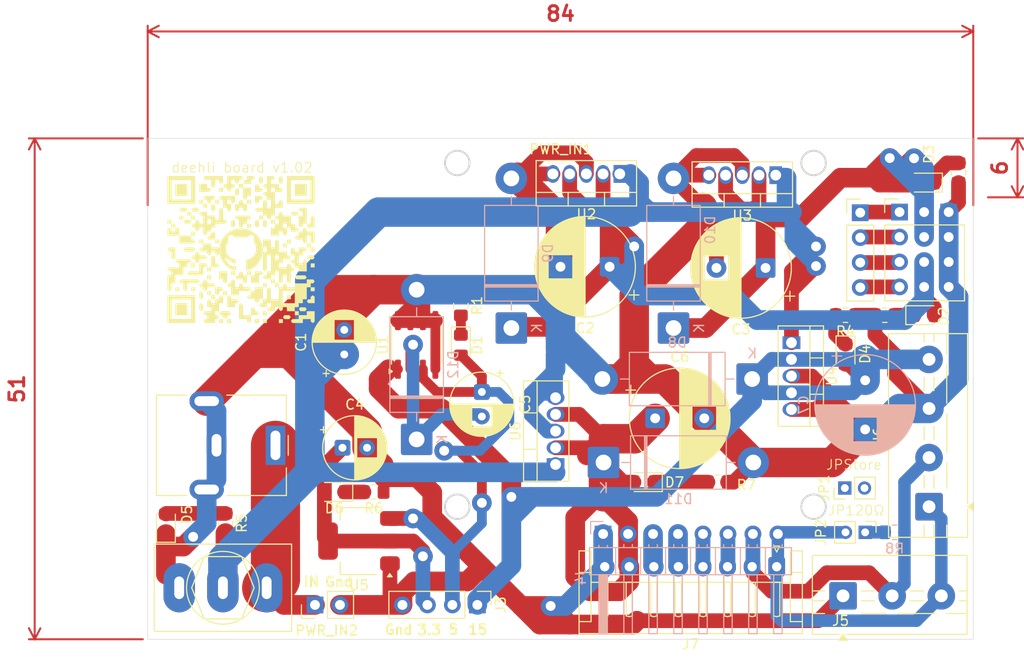
<source format=kicad_pcb>
(kicad_pcb (version 20241229) (generator "pcbnew") (generator_version "9.0")
  (layers (0 "F.Cu" signal) (2 "B.Cu" signal) (13 "F.Paste" user) (15 "B.Paste" user) (5 "F.SilkS" user "F.Silkscreen") (7 "B.SilkS" user "B.Silkscreen") (1 "F.Mask" user) (3 "B.Mask" user) (25 "Edge.Cuts" user))
  (net 0 "")
  (net 1 "GND")
  (net 2 "Net-(D1-K)")
  (net 3 "5V_Other")
  (net 4 "Net-(D3-K)")
  (net 5 "15V_ZDT")
  (net 6 "Net-(D2-K)")
  (net 7 "Net-(D4-K)")
  (net 8 "Net-(D5-A)")
  (net 9 "Net-(J1-Pin_1)")
  (net 10 "CAN_L")
  (net 11 "Net-(J1-Pin_4)")
  (net 12 "Net-(J1-Pin_2)")
  (net 13 "Net-(J1-Pin_3)")
  (net 14 "Net-(PWR_IN2-Pin_1)")
  (net 15 "CAN_H")
  (net 16 "15V_Other")
  (net 17 "3.3V_Other")
  (net 18 "Net-(D6-K)")
  (net 19 "Net-(D7-K)")
  (net 22 "Net-(JP2-A)")
  (net 23 "Net-(SW1A-B)")
  (net 24 "5V_Servo12")
  (net 25 "5V_Servo34")
  (net 26 "Net-(D12-K)")
  (net 27 "Net-(J4-Pin_6)")
  (net 28 "Net-(J4-Pin_3)")
  (net 29 "Net-(J4-Pin_5)")
  (net 30 "Net-(J4-Pin_4)")
  (footprint "LED_SMD:LED_0805_2012Metric_Pad1.15x1.40mm_HandSolder" (layer "F.Cu") (at 78.5 71.391022 180)
    (property "Reference" "D7")
    (property "Value" "LED")
  )
  (footprint "LOGO" (layer "F.Cu") (at 37.5 47.701022)
    (property "Reference" "G***" (hide yes))
    (property "Value" "LOGO" (hide yes))
  )
  (footprint "TerminalBlock:TerminalBlock_MaiXu_MX126-5.0-04P_1x04_P5.00mm" (layer "F.Cu") (at 107.5 73.891022 90)
    (property "Reference" "J6")
    (property "Value" "Board_IO")
  )
  (footprint "Connector_PinHeader_2.54mm:PinHeader_1x02_P2.54mm_Vertical" (layer "F.Cu") (at 45.021584 83.891022 90)
    (property "Reference" "PWR_IN2")
    (property "Value" "Conn_01x02_Pin")
  )
  (footprint "Capacitor_THT:CP_Radial_D10.0mm_P5.00mm" (layer "F.Cu") (at 79.632323 64.891022)
    (property "Reference" "C6")
    (property "Value" "Cpol 1000uF")
  )
  (footprint "Connector_JST:JST_EH_S8B-EH_1x08_P2.50mm_Horizontal" (layer "F.Cu") (at 92 80 180)
    (property "Reference" "J7")
    (property "Value" "Conn_01x08_Socket")
  )
  (footprint "TerminalBlock:TerminalBlock_MaiXu_MX126-5.0-03P_1x03_P5.00mm" (layer "F.Cu") (at 98.75 82.9675)
    (property "Reference" "J5")
    (property "Value" "CAN_Ext")
  )
  (footprint "Capacitor_THT:CP_Radial_D6.3mm_P2.50mm" (layer "F.Cu") (at 62 62.208643 -90)
    (property "Reference" "C5")
    (property "Value" "Cpol 200uF")
  )
  (footprint "Capacitor_THT:CP_Radial_D10.0mm_P5.00mm" (layer "F.Cu") (at 90.867677 49.581022 180)
    (property "Reference" "C3")
    (property "Value" "Cpol 1000uF")
  )
  (footprint "LED_SMD:LED_0805_2012Metric_Pad1.15x1.40mm_HandSolder" (layer "F.Cu") (at 107 40.891021 180)
    (property "Reference" "D3")
    (property "Value" "LED")
  )
  (footprint "Connector_PinHeader_2.54mm:PinHeader_1x04_P2.54mm_Vertical" (layer "F.Cu") (at 61.54 83.891022 -90)
    (property "Reference" "J3")
    (property "Value" "Vcc_Out")
  )
  (footprint "Capacitor_THT:CP_Radial_D6.3mm_P2.50mm" (layer "F.Cu") (at 48 58.391022 90)
    (property "Reference" "C1")
    (property "Value" "Cpol 400uF")
  )
  (footprint "Resistor_SMD:R_0805_2012Metric_Pad1.20x1.40mm_HandSolder" (layer "F.Cu") (at 35.912301 75.577467 -90)
    (property "Reference" "R5")
    (property "Value" "15k")
  )
  (footprint "Package_TO_SOT_SMD:SOT-223-3_TabPin2" (layer "F.Cu") (at 49.5 77.391022 180)
    (property "Reference" "U5")
    (property "Value" "LD1117S33TR_SOT223")
  )
  (footprint "LED_SMD:LED_0805_2012Metric_Pad1.15x1.40mm_HandSolder" (layer "F.Cu") (at 29.853672 75.654835 90)
    (property "Reference" "D5")
    (property "Value" "LED")
  )
  (footprint "Connector_PinHeader_2.00mm:PinHeader_1x02_P2.00mm_Vertical" (layer "F.Cu") (at 98.932569 71.993894 90)
    (property "Reference" "JP1")
    (property "Value" "Jumper_Dummy")
  )
  (footprint "Connector_PinHeader_2.54mm:PinHeader_1x04_P2.54mm_Vertical" (layer "F.Cu") (at 100.5 43.951397)
    (property "Reference" "J2" (hide yes))
    (property "Value" "PWM_In")
  )
  (footprint "Package_TO_SOT_THT:TO-220-5_Vertical" (layer "F.Cu") (at 91.9 40.131022 180)
    (property "Reference" "U3")
    (property "Value" "LM2576HVT-5")
  )
  (footprint "Resistor_SMD:R_0805_2012Metric_Pad1.20x1.40mm_HandSolder" (layer "F.Cu") (at 103 54.391022)
    (property "Reference" "R3" (hide yes))
    (property "Value" "5k")
  )
  (footprint "Package_SO:SOIC-8_3.9x4.9mm_P1.27mm" (layer "F.Cu") (at 55.365 57.416022 90)
    (property "Reference" "U1")
    (property "Value" "APE1707M-50-HF")
  )
  (footprint "Package_TO_SOT_THT:TO-220-5_Vertical" (layer "F.Cu") (at 69.5 69.591022 90)
    (property "Reference" "U6")
    (property "Value" "LM2576HVT-15")
  )
  (footprint "Resistor_SMD:R_0805_2012Metric_Pad1.20x1.40mm_HandSolder" (layer "F.Cu") (at 51 72.391022 180)
    (property "Reference" "R6")
    (property "Value" "1k")
  )
  (footprint "Capacitor_THT:CP_Radial_D10.0mm_P5.00mm" (layer "F.Cu") (at 75 49.457183 180)
    (property "Reference" "C2")
    (property "Value" "Cpol 1000uF")
  )
  (footprint "Resistor_SMD:R_0805_2012Metric_Pad1.20x1.40mm_HandSolder" (layer "F.Cu") (at 86 71.391022 180)
    (property "Reference" "R7")
    (property "Value" "15k")
  )
  (footprint "Resistor_SMD:R_0805_2012Metric_Pad1.20x1.40mm_HandSolder" (layer "F.Cu") (at 59.865 53.416022 -90)
    (property "Reference" "R1")
    (property "Value" "5k")
  )
  (footprint "LED_SMD:LED_0805_2012Metric_Pad1.15x1.40mm_HandSolder" (layer "F.Cu") (at 59.865 57.441022 -90)
    (property "Reference" "D1")
    (property "Value" "LED")
  )
  (footprint "Connector_PinHeader_2.00mm:PinHeader_1x02_P2.00mm_Vertical" (layer "F.Cu") (at 101 76.5 -90)
    (property "Reference" "JP2")
    (property "Value" "Jumper_120R")
  )
  (footprint "LED_SMD:LED_0805_2012Metric_Pad1.15x1.40mm_HandSolder" (layer "F.Cu") (at 107 54.391022)
    (property "Reference" "D2")
    (property "Value" "LED")
  )
  (footprint "LED_SMD:LED_0805_2012Metric_Pad1.15x1.40mm_HandSolder" (layer "F.Cu") (at 47 72.391022 180)
    (property "Reference" "D6")
    (property "Value" "LED")
  )
  (footprint "Capacitor_THT:CP_Radial_D6.3mm_P2.50mm" (layer "F.Cu") (at 47.817621 67.891022)
    (property "Reference" "C4")
    (property "Value" "Cpol 100uF" (hide yes))
  )
  (footprint "Resistor_SMD:R_0805_2012Metric_Pad1.20x1.40mm_HandSolder" (layer "F.Cu") (at 110.5 39.891022 90)
    (property "Reference" "R2" (hide yes))
    (property "Value" "5k")
  )
  (footprint "LED_SMD:LED_0805_2012Metric_Pad1.15x1.40mm_HandSolder" (layer "F.Cu") (at 99 58.366022 -90)
    (property "Reference" "D4")
    (property "Value" "LED")
  )
  (footprint "custom:SW_Toggle_Blue_wSlots" (layer "F.Cu") (at 35.653344 82.146524)
    (property "Reference" "SW1" (hide yes))
    (property "Value" "SW_DPDT_x2")
  )
  (footprint "Package_TO_SOT_THT:TO-220-5_Vertical" (layer "F.Cu") (at 93.5 57.191022 -90)
    (property "Reference" "U4")
    (property "Value" "LM2576HVT-15")
  )
  (footprint "Connector_BarrelJack:BarrelJack_CUI_PJ-063AH_Horizontal" (layer "F.Cu") (at 41 67.641022 -90)
    (property "Reference" "PWR_IN1")
    (property "Value" "Barrel_Jack_MountingPin")
  )
  (footprint "Resistor_SMD:R_0805_2012Metric_Pad1.20x1.40mm_HandSolder" (layer "F.Cu") (at 99 54.391022 180)
    (property "Reference" "R4")
    (property "Value" "15k")
  )
  (footprint "Package_TO_SOT_THT:TO-220-5_Vertical" (layer "F.Cu") (at 76.032323 40.007183 180)
    (property "Reference" "U2")
    (property "Value" "LM2576HVT-5")
  )
  (footprint "custom:PinHeader_3x04_P2.54mm_Vertical" (layer "F.Cu") (at 107 43.931022)
    (property "Reference" "J1" (hide yes))
    (property "Value" "Servo_Out" (hide yes))
  )
  (footprint "Capacitor_THT:CP_Radial_D10.0mm_P5.00mm" (layer "B.Cu") (at 101 61.023345 -90)
    (property "Reference" "C7")
    (property "Value" "Cpol 1000uF")
  )
  (footprint "Resistor_SMD:R_0805_2012Metric_Pad1.20x1.40mm_HandSolder" (layer "B.Cu") (at 104 76.5)
    (property "Reference" "R8")
    (property "Value" "120R")
  )
  (footprint "Diode_THT:D_DO-201AD_P15.24mm_Horizontal" (layer "B.Cu") (at 65 55.701022 90)
    (property "Reference" "D9")
    (property "Value" "1N5822")
  )
  (footprint "Diode_THT:D_DO-201AD_P15.24mm_Horizontal" (layer "B.Cu") (at 89.5 60.891022 180)
    (property "Reference" "D8")
    (property "Value" "1N5822")
  )
  (footprint "Connector_PinHeader_2.54mm:PinHeader_1x08_P2.54mm_Horizontal" (layer "B.Cu") (at 74.34 76.666552 -90)
    (property "Reference" "J4")
    (property "Value" "Conn_01x08_Socket")
  )
  (footprint "Diode_THT:D_DO-201AD_P15.24mm_Horizontal" (layer "B.Cu") (at 81.5 55.701022 90)
    (property "Reference" "D10")
    (property "Value" "1N5822")
  )
  (footprint "Diode_THT:D_DO-201AD_P15.24mm_Horizontal" (layer "B.Cu") (at 74.38 69.391022)
    (property "Reference" "D11")
    (property "Value" "1N5822")
  )
  (footprint "Diode_THT:D_DO-201AD_P15.24mm_Horizontal" (layer "B.Cu") (at 55.365 67.036022 90)
    (property "Reference" "D12")
    (property "Value" "1N5822")
  )
  (gr_rect (start 28 36.391022) (end 112 87.391022) (stroke (width 0.05)) (fill no) (layer "Edge.Cuts"))
  (gr_circle (center 59.5 73.891022) (end 60.75 73.891022) (stroke (width 0.2)) (fill no) (layer "Edge.Cuts"))
  (gr_circle (center 95.75 38.891022) (end 97 38.891022) (stroke (width 0.2)) (fill no) (layer "Edge.Cuts"))
  (gr_circle (center 95.75 73.891022) (end 97 73.891022) (stroke (width 0.2)) (fill no) (layer "Edge.Cuts"))
  (gr_circle (center 59.5 38.891022) (end 60.75 38.891022) (stroke (width 0.2)) (fill no) (layer "Edge.Cuts"))
  (gr_text "3.3" (at 55.333379 87.030936 0) (layer "F.SilkS") (effects (font (size 1 1) (thickness 0.2) (bold yes)) (justify left bottom)))
  (gr_text "JPStore\n" (at 96.956852 70.203525 0) (layer "F.SilkS") (effects (font (size 1 1) (thickness 0.1)) (justify left bottom)))
  (gr_text "15\n" (at 60.5 87 0) (layer "F.SilkS") (effects (font (size 1 1) (thickness 0.2) (bold yes)) (justify left bottom)))
  (gr_text "Gnd" (at 45.923515 82.133283 0) (layer "F.SilkS") (effects (font (size 1 1) (thickness 0.2) (bold yes)) (justify left bottom)))
  (gr_text "5" (at 58.5 87 0) (layer "F.SilkS") (effects (font (size 1 1) (thickness 0.2) (bold yes)) (justify left bottom)))
  (gr_text "deehli board v1.02" (at 30.341405 39.949869 0) (layer "F.SilkS") (effects (font (size 1 1) (thickness 0.1)) (justify left bottom)))
  (gr_text "IN" (at 43.770956 82.123199 0) (layer "F.SilkS") (effects (font (size 1 1) (thickness 0.2) (bold yes)) (justify left bottom)))
  (gr_text "JP120Ω" (at 97.151324 74.851762 0) (layer "F.SilkS") (effects (font (size 1 1) (thickness 0.1)) (justify left bottom)))
  (gr_text "Gnd" (at 52 87 0) (layer "F.SilkS") (effects (font (size 1 1) (thickness 0.2) (bold yes)) (justify left bottom)))
  (dimension (type orthogonal) (layer "F.Cu") (pts (xy 112 43.69) (xy 28 43.69)) (height -18.19) (orientation 0) (format (prefix "") (suffix "") (units 3) (units_format 0) (precision 4) (suppress_zeroes yes)) (style (thickness 0.2) (arrow_length 1.27) (text_position_mode 0) (arrow_direction outward) (extension_height 0.58642) (extension_offset 0.5) (keep_text_aligned yes)) (gr_text "84" (at 70 23.7 0) (layer "F.Cu") (effects (font (size 1.5 1.5) (thickness 0.3)))))
  (dimension (type orthogonal) (layer "F.Cu") (pts (xy 112 36.391022) (xy 113 42.391022)) (height 4.5) (orientation 1) (format (prefix "") (suffix "") (units 3) (units_format 0) (precision 4) (suppress_zeroes yes)) (style (thickness 0.2) (arrow_length 1.27) (text_position_mode 0) (arrow_direction outward) (extension_height 0.58642) (extension_offset 0.5) (keep_text_aligned yes)) (gr_text "6" (at 114.7 39.391022 90) (layer "F.Cu") (effects (font (size 1.5 1.5) (thickness 0.3)))))
  (dimension (type orthogonal) (layer "F.Cu") (pts (xy 28 36.391022) (xy 28 87.391022)) (height -11.5) (orientation 1) (format (prefix "") (suffix "") (units 3) (units_format 0) (precision 4) (suppress_zeroes yes)) (style (thickness 0.2) (arrow_length 1.27) (text_position_mode 0) (arrow_direction outward) (extension_height 0.58642) (extension_offset 0.5) (keep_text_aligned yes)) (gr_text "51" (at 14.7 61.891022 90) (layer "F.Cu") (effects (font (size 1.5 1.5) (thickness 0.3)))))
  (segment (start 84.465 43.426022) (end 81.5 40.461022) (width 1.5) (layer "F.Cu") (net 1))
  (segment (start 110.5 42.891022) (end 109.5 43.891022) (width 1.5) (layer "F.Cu") (net 1))
  (segment (start 98.967677 63.991022) (end 101 66.023345) (width 1.5) (layer "F.Cu") (net 1))
  (segment (start 55.365 53.036022) (end 53.46 54.941022) (width 1.5) (layer "F.Cu") (net 1))
  (segment (start 84.465 43.426022) (end 84.465 45.426022) (width 3) (layer "F.Cu") (net 1))
  (segment (start 52 70.891022) (end 52 69.573401) (width 2) (layer "F.Cu") (net 1))
  (segment (start 97.433838 62.457184) (end 101 66.023345) (width 1.5) (layer "F.Cu") (net 1))
  (segment (start 74.34 79.84) (end 74.5 80) (width 1.27) (layer "F.Cu") (net 1))
  (segment (start 42.375 58.266022) (end 42.375 54.766022) (width 3) (layer "F.Cu") (net 1))
  (segment (start 71.66508 37.860451) (end 72.632323 38.827694) (width 1.5) (layer "F.Cu") (net 1))
  (segment (start 83.826906 38.134116) (end 87.682583 38.134116) (width 1.5) (layer "F.Cu") (net 1))
  (segment (start 55.5 54.941022) (end 57.27 54.941022) (width 1.5) (layer "F.Cu") (net 1))
  (segment (start 60.502 81.5) (end 62.001 80.001) (width 2) (layer "F.Cu") (net 1))
  (segment (start 69.232323 40.007183) (end 65.962323 40.007183) (width 1.5) (layer "F.Cu") (net 1))
  (segment (start 29.853672 80.796852) (end 31.203344 82.146524) (width 1.5) (layer "F.Cu") (net 1))
  (segment (start 76 60.891022) (end 74.26 60.891022) (width 3) (layer "F.Cu") (net 1))
  (segment (start 96 63.991022) (end 95.5 63.991022) (width 1.5) (layer "F.Cu") (net 1))
  (segment (start 53.46 54.941022) (end 55.5 54.941022) (width 1.5) (layer "F.Cu") (net 1))
  (segment (start 68.109055 37.860451) (end 71.66508 37.860451) (width 1.5) (layer "F.Cu") (net 1))
  (segment (start 89.62 69.391022) (end 97.632323 69.391022) (width 3) (layer "F.Cu") (net 1))
  (segment (start 55.365 51.796022) (end 51 51.796022) (width 3) (layer "F.Cu") (net 1))
  (segment (start 95.567677 60.591022) (end 97.433838 62.457184) (width 1.5) (layer "F.Cu") (net 1))
  (segment (start 96.2175 85.5) (end 98.75 82.9675) (width 1.5) (layer "F.Cu") (net 1))
  (segment (start 29.853672 77.947798) (end 29.853672 80.796852) (width 2) (layer "F.Cu") (net 1))
  (segment (start 56.951 74.951) (end 62.001 80.001) (width 2) (layer "F.Cu") (net 1))
  (segment (start 65.632323 40.337183) (end 68.109055 37.860451) (width 1.5) (layer "F.Cu") (net 1))
  (segment (start 84.632323 64.891022) (end 85.12 64.891022) (width 3) (layer "F.Cu") (net 1))
  (segment (start 110.5 40.891022) (end 110.5 42.891022) (width 1.5) (layer "F.Cu") (net 1))
  (segment (start 72.632323 38.827694) (end 72.632323 40.007183) (width 1.5) (layer "F.Cu") (net 1))
  (segment (start 102 56.391022) (end 104 58.391022) (width 1.5) (layer "F.Cu") (net 1))
  (segment (start 59.865 52.416022) (end 55.985 52.416022) (width 1.5) (layer "F.Cu") (net 1))
  (segment (start 77.5 59.391022) (end 76 60.891022) (width 3) (layer "F.Cu") (net 1))
  (segment (start 56 54.441022) (end 56 52.431022) (width 1.5) (layer "F.Cu") (net 1))
  (segment (start 85.867677 49.581022) (end 85.867677 44.828699) (width 1.5) (layer "F.Cu") (net 1))
  (segment (start 48 55.891022) (end 48 54.451022) (width 3) (layer "F.Cu") (net 1))
  (segment (start 57.27 59.891022) (end 57.27 54.941022) (width 1) (layer "F.Cu") (net 1))
  (segment (start 56 52.431022) (end 55.365 51.796022) (width 1.5) (layer "F.Cu") (net 1))
  (segment (start 43.375 53.766022) (end 38.875 58.266022) (width 3) (layer "F.Cu") (net 1))
  (segment (start 52 72.391022) (end 52 70.891022) (width 1) (layer "F.Cu") (net 1))
  (segment (start 79 60.891022) (end 80.632323 60.891022) (width 3) (layer "F.Cu") (net 1))
  (segment (start 70 49.457183) (end 70 44.70486) (width 3) (layer "F.Cu") (net 1))
  (segment (start 56.951 72.451) (end 56.951 74.951) (width 2) (layer "F.Cu") (net 1))
  (segment (start 48 54.451022) (end 45.345 51.796022) (width 3) (layer "F.Cu") (net 1))
  (segment (start 87.62 71.391022) (end 89.62 69.391022) (width 1.5) (layer "F.Cu") (net 1))
  (segment (start 31.634381 77.947798) (end 32.625611 76.956568) (width 2) (layer "F.Cu") (net 1))
  (segment (start 50.317621 66.208643) (end 50.317621 67.891022) (width 3) (layer "F.Cu") (net 1))
  (segment (start 52 70.891022) (end 55.391022 70.891022) (width 2) (layer "F.Cu") (net 1))
  (segment (start 97.433838 62.557184) (end 96 63.991022) (width 1.5) (layer "F.Cu") (net 1))
  (segment (start 53.92 83.891022) (end 53.92 82.688941) (width 2) (layer "F.Cu") (net 1))
  (segment (start 38.875 58.266022) (end 42.375 58.266022) (width 3) (layer "F.Cu") (net 1))
  (segment (start 29.853672 76.679835) (end 29.853672 77.947798) (width 2) (layer "F.Cu") (net 1))
  (segment (start 70 44.70486) (end 65.632323 40.337183) (width 3) (layer "F.Cu") (net 1))
  (segment (start 52.65 79.691022) (end 52.65 83.741022) (width 1.5) (layer "F.Cu") (net 1))
  (segment (start 55.108941 81.5) (end 60.502 81.5) (width 2) (layer "F.Cu") (net 1))
  (segment (start 87 71.391022) (end 87.62 71.391022) (width 1.5) (layer "F.Cu") (net 1))
  (segment (start 38.875 58.266022) (end 34 63.141022) (width 3) (layer "F.Cu") (net 1))
  (segment (start 81.5 40.461022) (end 83.826906 38.134116) (width 1.5) (layer "F.Cu") (net 1))
  (segment (start 77.5 59.391022) (end 79 60.891022) (width 3) (layer "F.Cu") (net 1))
  (segment (start 87.682583 38.134116) (end 88.5 38.951533) (width 1.5) (layer "F.Cu") (net 1))
  (segment (start 97.433838 62.457184) (end 97.433838 62.557184) (width 1.5) (layer "F.Cu") (net 1))
  (segment (start 48.345 54.451022) (end 51 51.796022) (width 3) (layer "F.Cu") (net 1))
  (segment (start 52.65 83.741022) (end 52.5 83.891022) (width 1.5) (layer "F.Cu") (net 1))
  (segment (start 93.5 63.991022) (end 95 63.991022) (width 1.5) (layer "F.Cu") (net 1))
  (segment (start 55.5 54.941022) (end 56 54.441022) (width 1.5) (layer "F.Cu") (net 1))
  (segment (start 67.890022 85.890022) (end 66 84) (width 2) (layer "F.Cu") (net 1))
  (segment (start 104 60.391022) (end 107.5 63.891022) (width 1.5) (layer "F.Cu") (net 1))
  (segment (start 102 54.391022) (end 102 56.391022) (width 1.5) (layer "F.Cu") (net 1))
  (segment (start 53.92 82.688941) (end 55.108941 81.5) (width 2) (layer "F.Cu") (net 1))
  (segment (start 47.561584 83.891022) (end 52.5 83.891022) (width 2) (layer "F.Cu") (net 1))
  (segment (start 80.632323 60.891022) (end 84.632323 64.891022) (width 3) (layer "F.Cu") (net 1))
  (segment (start 77.384978 85.890022) (end 70.890022 85.890022) (width 2) (layer "F.Cu") (net 1))
  (segment (start 52.5 83.891022) (end 53.92 83.891022) (width 2) (layer "F.Cu") (net 1))
  (segment (start 102 54.391022) (end 100 54.391022) (width 1.5) (layer "F.Cu") (net 1))
  (segment (start 85.12 64.891022) (end 89.62 69.391022) (width 3) (layer "F.Cu") (net 1))
  (segment (start 93.5 60.591022) (end 95.567677 60.591022) (width 1.5) (layer "F.Cu") (net 1))
  (segment (start 66 84) (end 62.001 80.001) (width 2) (layer "F.Cu") (net 1))
  (segment (start 70.890022 85.890022) (end 69 84) (width 2) (layer "F.Cu") (net 1))
  (segment (start 69 84) (end 66 84) (width 2) (layer "F.Cu") (net 1))
  (segment (start 96 63.991022) (end 98.967677 63.991022) (width 1.5) (layer "F.Cu") (net 1))
  (segment (start 77.775 85.5) (end 77.384978 85.890022) (width 2) (layer "F.Cu") (net 1))
  (segment (start 85.1 40.131022) (end 81.83 40.131022) (width 1.5) (layer "F.Cu") (net 1))
  (segment (start 45.345 51.796022) (end 43.375 53.766022) (width 3) (layer "F.Cu") (net 1))
  (segment (start 51 51.796022) (end 45.345 51.796022) (width 3) (layer "F.Cu") (net 1))
  (segment (start 95 63.991022) (end 96 63.991022) (width 1.5) (layer "F.Cu") (net 1))
  (segment (start 74.26 60.891022) (end 79 60.891022) (width 3) (layer "F.Cu") (net 1))
  (segment (start 55.391022 70.891022) (end 56.951 72.451) (width 2) (layer "F.Cu") (net 1))
  (segment (start 77.775 85.5) (end 96.2175 85.5) (width 1.5) (layer "F.Cu") (net 1))
  (segment (start 70.890022 85.890022) (end 67.890022 85.890022) (width 2) (layer "F.Cu") (net 1))
  (segment (start 29.853672 77.947798) (end 31.634381 77.947798) (width 2) (layer "F.Cu") (net 1))
  (segment (start 42.375 58.266022) (end 50.317621 66.208643) (width 3) (layer "F.Cu") (net 1))
  (segment (start 84.465 45.426022) (end 77.5 52.391022) (width 3) (layer "F.Cu") (net 1))
  (segment (start 77.5 52.391022) (end 77.5 59.391022) (width 3) (layer "F.Cu") (net 1))
  (segment (start 104 58.391022) (end 104 60.391022) (width 1.5) (layer "F.Cu") (net 1))
  (segment (start 48 54.451022) (end 48.345 54.451022) (width 3) (layer "F.Cu") (net 1))
  (segment (start 81.83 40.131022) (end 81.5 40.461022) (width 1.5) (layer "F.Cu") (net 1))
  (segment (start 55.365 51.796022) (end 55.365 53.036022) (width 1.5) (layer "F.Cu") (net 1))
  (segment (start 52 69.573401) (end 50.317621 67.891022) (width 2) (layer "F.Cu") (net 1))
  (segment (start 88.5 38.951533) (end 88.5 40.131022) (width 1.5) (layer "F.Cu") (net 1))
  (segment (start 65.962323 40.007183) (end 65.632323 40.337183) (width 1.5) (layer "F.Cu") (net 1))
  (segment (start 97.632323 69.391022) (end 101 66.023345) (width 3) (layer "F.Cu") (net 1))
  (segment (start 42.375 54.766022) (end 43.375 53.766022) (width 3) (layer "F.Cu") (net 1))
  (segment (start 55.985 52.416022) (end 55.365 51.796022) (width 1.5) (layer "F.Cu") (net 1))
  (segment (start 85.867677 44.828699) (end 84.465 43.426022) (width 1.5) (layer "F.Cu") (net 1))
  (via (at 69 84) (size 2) (drill 1) (layers "F.Cu" "B.Cu") (net 1))
  (via (at 32.625611 76.956568) (size 2) (drill 1) (layers "F.Cu" "B.Cu") (net 1))
  (segment (start 35 67.641022) (end 35 64.141022) (width 2) (layer "B.Cu") (net 1))
  (segment (start 70 51.891022) (end 70 54.391022) (width 3) (layer "B.Cu") (net 1))
  (segment (start 69.05 60.341022) (end 69.05 62.341022) (width 1.5) (layer "B.Cu") (net 1))
  (segment (start 67 63.391022) (end 67 62.391022) (width 1.5) (layer "B.Cu") (net 1))
  (segment (start 35 64.141022) (end 34 63.141022) (width 2) (layer "B.Cu") (net 1))
  (segment (start 34 75.582179) (end 32.625611 76.956568) (width 2) (layer "B.Cu") (net 1))
  (segment (start 109.5 51.511022) (end 110.499 52.510022) (width 2) (layer "B.Cu") (net 1))
  (segment (start 70 56.631022) (end 74.26 60.891022) (width 3) (layer "B.Cu") (net 1))
  (segment (start 67 64.5) (end 67 63.391022) (width 1.5) (layer "B.Cu") (net 1))
  (segment (start 68.691022 66.191022) (end 67 64.5) (width 1.5) (layer "B.Cu") (net 1))
  (segment (start 68.05 62.341022) (end 69.05 62.341022) (width 1.5) (layer "B.Cu") (net 1))
  (segment (start 69 84) (end 70.5 84) (width 2) (layer "B.Cu") (net 1))
  (segment (start 102.414213 66.023345) (end 104.546536 63.891022) (width 3) (layer "B.Cu") (net 1))
  (segment (start 35 71.141022) (end 34 72.141022) (width 1.5) (layer "B.Cu") (net 1))
  (segment (start 69.5 66.191022) (end 68.691022 66.191022) (width 1.5) (layer "B.Cu") (net 1))
  (segment (start 70.5 84) (end 74.5 80) (width 2) (layer "B.Cu") (net 1))
  (segment (start 110.499 60.892022) (end 107.5 63.891022) (width 2) (layer "B.Cu") (net 1))
  (segment (start 104.546536 63.891022) (end 107.5 63.891022) (width 3) (layer "B.Cu") (net 1))
  (segment (start 35 67.641022) (end 35 71.141022) (width 2) (layer "B.Cu") (net 1))
  (segment (start 74.34 79.84) (end 74.5 80) (width 2) (layer "B.Cu") (net 1))
  (segment (start 74.34 76.666552) (end 74.34 79.84) (width 2) (layer "B.Cu") (net 1))
  (segment (start 110.499 52.510022) (end 110.499 60.892022) (width 2) (layer "B.Cu") (net 1))
  (segment (start 70 54.391022) (end 70 56.631022) (width 3) (layer "B.Cu") (net 1))
  (segment (start 69.5 62.791022) (end 69.5 58.391022) (width 1.5) (layer "B.Cu") (net 1))
  (segment (start 69.05 62.341022) (end 69.5 62.791022) (width 1.5) (layer "B.Cu") (net 1))
  (segment (start 69.5 58.391022) (end 69.5 59.891022) (width 2) (layer "B.Cu") (net 1))
  (segment (start 67 63.391022) (end 68.05 62.341022) (width 1.5) (layer "B.Cu") (net 1))
  (segment (start 70 49.457183) (end 70 51.891022) (width 3) (layer "B.Cu") (net 1))
  (segment (start 69.5 58.391022) (end 70 57.891022) (width 1.5) (layer "B.Cu") (net 1))
  (segment (start 69.5 59.891022) (end 69.05 60.341022) (width 1.5) (layer "B.Cu") (net 1))
  (segment (start 34 72.141022) (end 34 75.582179) (width 2) (layer "B.Cu") (net 1))
  (segment (start 67 62.391022) (end 69.5 59.891022) (width 1.5) (layer "B.Cu") (net 1))
  (segment (start 101 66.023345) (end 102.414213 66.023345) (width 3) (layer "B.Cu") (net 1))
  (segment (start 70 56.631022) (end 70 57.891022) (width 3) (layer "B.Cu") (net 1))
  (segment (start 101.367204 66.390549) (end 101 66.023345) (width 3) (layer "B.Cu") (net 1))
  (segment (start 109.5 51.511022) (end 109.5 43.891022) (width 2) (layer "B.Cu") (net 1))
  (segment (start 55.365 51.796022) (end 67.405 51.796022) (width 3) (layer "B.Cu") (net 1))
  (segment (start 67.405 51.796022) (end 70 54.391022) (width 3) (layer "B.Cu") (net 1))
  (segment (start 59.865 56.416022) (end 59.865 54.416022) (width 1) (layer "F.Cu") (net 2))
  (segment (start 62 60.601022) (end 59.865 58.466022) (width 1) (layer "F.Cu") (net 3))
  (segment (start 57.404969 62.208643) (end 62 62.208643) (width 1) (layer "F.Cu") (net 3))
  (segment (start 56 60.803674) (end 57.404969 62.208643) (width 1) (layer "F.Cu") (net 3))
  (segment (start 56 59.891022) (end 56 60.803674) (width 1) (layer "F.Cu") (net 3))
  (segment (start 59.691022 68.191022) (end 62 70.5) (width 1) (layer "F.Cu") (net 3))
  (segment (start 62 70.5) (end 62 73.5) (width 1) (layer "F.Cu") (net 3))
  (segment (start 55 75.091022) (end 52.65 75.091022) (width 1.5) (layer "F.Cu") (net 3))
  (segment (start 58.165 68.191022) (end 59.691022 68.191022) (width 1) (layer "F.Cu") (net 3))
  (segment (start 62 62.208643) (end 62 60.601022) (width 1) (layer "F.Cu") (net 3))
  (via (at 55 75.091022) (size 2) (drill 1) (layers "F.Cu" "B.Cu") (net 3))
  (via (at 58.165 68.191022) (size 2) (drill 1) (layers "F.Cu" "B.Cu") (net 3))
  (via (at 62 73.5) (size 2) (drill 1) (layers "F.Cu" "B.Cu") (net 3))
  (segment (start 55.5 75.091022) (end 59 78.591022) (width 1.5) (layer "B.Cu") (net 3))
  (segment (start 59 78.591022) (end 59 83.891022) (width 1.5) (layer "B.Cu") (net 3))
  (segment (start 58.165 68.191022) (end 61.808978 68.191022) (width 1) (layer "B.Cu") (net 3))
  (segment (start 63.708643 62.208643) (end 62 62.208643) (width 1) (layer "B.Cu") (net 3))
  (segment (start 61.808978 68.191022) (end 64.791357 65.208643) (width 1) (layer "B.Cu") (net 3))
  (segment (start 59 78.591022) (end 62 75.591022) (width 1) (layer "B.Cu") (net 3))
  (segment (start 64.791357 63.291357) (end 63.708643 62.208643) (width 1) (layer "B.Cu") (net 3))
  (segment (start 64.791357 65.208643) (end 64.791357 63.291357) (width 1) (layer "B.Cu") (net 3))
  (segment (start 62 75.591022) (end 62 73.5) (width 1) (layer "B.Cu") (net 3))
  (segment (start 55 75.091022) (end 55.5 75.091022) (width 1.5) (layer "B.Cu") (net 3))
  (segment (start 109.324999 38.891022) (end 110.5 38.891022) (width 1.5) (layer "F.Cu") (net 4))
  (segment (start 108.025 40.191021) (end 109.324999 38.891022) (width 1.5) (layer "F.Cu") (net 4))
  (segment (start 108.025 40.891021) (end 108.025 40.191021) (width 1.5) (layer "F.Cu") (net 4))
  (segment (start 74.38 66.971022) (end 77.552323 66.971022) (width 3) (layer "F.Cu") (net 5))
  (segment (start 71.5 81) (end 73 82.5) (width 2) (layer "F.Cu") (net 5))
  (segment (start 76.88 79.88) (end 77 80) (width 2) (layer "F.Cu") (net 5))
  (segment (start 77 81.5) (end 77 80) (width 2) (layer "F.Cu") (net 5))
  (segment (start 74.38 72.88) (end 73.62 72.88) (width 2) (layer "F.Cu") (net 5))
  (segment (start 71.5 75) (end 71.5 81) (width 2) (layer "F.Cu") (net 5))
  (segment (start 69.5 67.891022) (end 72.88 67.891022) (width 1.5) (layer "F.Cu") (net 5))
  (segment (start 76.88 76.666552) (end 76.88 75.38) (width 2) (layer "F.Cu") (net 5))
  (segment (start 77.552323 66.971022) (end 79.632323 64.891022) (width 3) (layer "F.Cu") (net 5))
  (segment (start 76.38 71.391022) (end 74.38 69.391022) (width 1.5) (layer "F.Cu") (net 5))
  (segment (start 77.475 71.391022) (end 76.38 71.391022) (width 1.5) (layer "F.Cu") (net 5))
  (segment (start 73.62 72.88) (end 71.5 75) (width 2) (layer "F.Cu") (net 5))
  (segment (start 72.88 67.891022) (end 74.38 69.391022) (width 1.5) (layer "F.Cu") (net 5))
  (segment (start 74.38 69.391022) (end 74.38 66.971022) (width 3) (layer "F.Cu") (net 5))
  (segment (start 69.5 64.491022) (end 71.9 64.491022) (width 1.5) (layer "F.Cu") (net 5))
  (segment (start 76.88 75.38) (end 74.38 72.88) (width 2) (layer "F.Cu") (net 5))
  (segment (start 73 82.5) (end 76 82.5) (width 2) (layer "F.Cu") (net 5))
  (segment (start 71.9 64.491022) (end 74.38 66.971022) (width 1.5) (layer "F.Cu") (net 5))
  (segment (start 72.69 68.661022) (end 74.38 66.971022) (width 2) (layer "F.Cu") (net 5))
  (segment (start 74.38 69.391022) (end 74.38 72.88) (width 3) (layer "F.Cu") (net 5))
  (segment (start 76 82.5) (end 77 81.5) (width 2) (layer "F.Cu") (net 5))
  (segment (start 76.88 76.666552) (end 76.88 79.88) (width 2) (layer "F.Cu") (net 5))
  (segment (start 105.975 54.391022) (end 104 54.391022) (width 1.5) (layer "F.Cu") (net 6))
  (segment (start 98 54.391022) (end 98 56.341022) (width 1.5) (layer "F.Cu") (net 7))
  (segment (start 98 56.341022) (end 99 57.341022) (width 1.5) (layer "F.Cu") (net 7))
  (segment (start 29.853672 74.629835) (end 29.90604 74.577467) (width 1.5) (layer "F.Cu") (net 8))
  (segment (start 29.90604 74.577467) (end 35.912301 74.577467) (width 1.5) (layer "F.Cu") (net 8))
  (segment (start 100.560375 43.891022) (end 100.5 43.951397) (width 1.5) (layer "F.Cu") (net 9))
  (segment (start 104.5 43.891022) (end 100.560375 43.891022) (width 1.5) (layer "F.Cu") (net 9))
  (segment (start 99 76.5) (end 92.286552 76.5) (width 1.27) (layer "B.Cu") (net 10))
  (segment (start 92.5 85.5) (end 106.2175 85.5) (width 1.27) (layer "B.Cu") (net 10))
  (segment (start 92.12 79.88) (end 92 80) (width 1.27) (layer "B.Cu") (net 10))
  (segment (start 92 85) (end 92.5 85.5) (width 1.27) (layer "B.Cu") (net 10))
  (segment (start 108.75 75.141022) (end 107.5 73.891022) (width 1.27) (layer "B.Cu") (net 10))
  (segment (start 106.2175 85.5) (end 108.75 82.9675) (width 1.27) (layer "B.Cu") (net 10))
  (segment (start 92 80) (end 92 85) (width 1.27) (layer "B.Cu") (net 10))
  (segment (start 92.12 76.666552) (end 92.12 79.88) (width 1.27) (layer "B.Cu") (net 10))
  (segment (start 108.75 82.9675) (end 108.75 75.141022) (width 1.27) (layer "B.Cu") (net 10))
  (segment (start 92.286552 76.5) (end 92.12 76.666552) (width 1.27) (layer "B.Cu") (net 10))
  (segment (start 100.560375 51.511022) (end 100.5 51.571397) (width 1.5) (layer "F.Cu") (net 11))
  (segment (start 104.5 51.511022) (end 100.560375 51.511022) (width 1.5) (layer "F.Cu") (net 11))
  (segment (start 100.560375 46.431022) (end 100.5 46.491397) (width 1.5) (layer "F.Cu") (net 12))
  (segment (start 104.5 46.431022) (end 100.560375 46.431022) (width 1.5) (layer "F.Cu") (net 12))
  (segment (start 104.439625 49.031397) (end 104.5 48.971022) (width 1.5) (layer "F.Cu") (net 13))
  (segment (start 100.5 49.031397) (end 104.439625 49.031397) (width 1.5) (layer "F.Cu") (net 13))
  (segment (start 45.021584 83.891022) (end 41.847842 83.891022) (width 2) (layer "F.Cu") (net 14))
  (segment (start 41 67.641022) (end 41 81.249868) (width 5) (layer "F.Cu") (net 14))
  (segment (start 41.847842 83.891022) (end 40.103344 82.146524) (width 2) (layer "F.Cu") (net 14))
  (segment (start 41 81.249868) (end 40.103344 82.146524) (width 5) (layer "F.Cu") (net 14))
  (segment (start 89.58 80.610398) (end 91.469602 82.5) (width 1.5) (layer "F.Cu") (net 15))
  (segment (start 95.212102 82.5) (end 97.095602 80.6165) (width 1.5) (layer "F.Cu") (net 15))
  (segment (start 91.469602 82.5) (end 95.212102 82.5) (width 1.5) (layer "F.Cu") (net 15))
  (segment (start 101.399 80.6165) (end 103.75 82.9675) (width 1.5) (layer "F.Cu") (net 15))
  (segment (start 97.095602 80.6165) (end 101.399 80.6165) (width 1.5) (layer "F.Cu") (net 15))
  (segment (start 89.58 79.92) (end 89.5 80) (width 1.5) (layer "B.Cu") (net 15))
  (segment (start 105 76.5) (end 105 71.391022) (width 1.27) (layer "B.Cu") (net 15))
  (segment (start 105 81.7175) (end 103.75 82.9675) (width 1.27) (layer "B.Cu") (net 15))
  (segment (start 105 71.391022) (end 107.5 68.891022) (width 1.27) (layer "B.Cu") (net 15))
  (segment (start 89.58 76.666552) (end 89.58 79.92) (width 1.5) (layer "B.Cu") (net 15))
  (segment (start 105 76.5) (end 105 81.7175) (width 1.27) (layer "B.Cu") (net 15))
  (segment (start 99 59.391022) (end 99.367677 59.391022) (width 1.5) (layer "F.Cu") (net 16))
  (segment (start 99.367677 59.391022) (end 101 61.023345) (width 1.5) (layer "F.Cu") (net 16))
  (segment (start 57.909643 63.909643) (end 53.518621 63.909643) (width 2) (layer "F.Cu") (net 16))
  (segment (start 65 72.891022) (end 65 71) (width 2) (layer "F.Cu") (net 16))
  (segment (start 51.5 60.891022) (end 52.5 59.891022) (width 2) (layer "F.Cu") (net 16))
  (segment (start 51.5 61.891022) (end 51.5 60.891022) (width 2) (layer "F.Cu") (net 16))
  (segment (start 65 71) (end 57.909643 63.909643) (width 2) (layer "F.Cu") (net 16))
  (segment (start 52.5 59.891022) (end 53.46 59.891022) (width 1) (layer "F.Cu") (net 16))
  (segment (start 53.518621 63.909643) (end 51.5 61.891022) (width 2) (layer "F.Cu") (net 16))
  (via (at 65 72.891022) (size 2) (drill 1) (layers "F.Cu" "B.Cu") (net 16))
  (segment (start 67 72.891022) (end 79.745008 72.891022) (width 2) (layer "B.Cu") (net 16))
  (segment (start 65 75) (end 65 79.877573) (width 2) (layer "B.Cu") (net 16))
  (segment (start 99.732323 62.291022) (end 101 61.023345) (width 1.5) (layer "B.Cu") (net 16))
  (segment (start 89.5 63.13603) (end 89.5 60.891022) (width 2) (layer "B.Cu") (net 16))
  (segment (start 79.745008 72.891022) (end 89.5 63.13603) (width 2) (layer "B.Cu") (net 16))
  (segment (start 101 61.023345) (end 101 58.891022) (width 3) (layer "B.Cu") (net 16))
  (segment (start 67 73) (end 65 75) (width 2) (layer "B.Cu") (net 16))
  (segment (start 93.5 58.891022) (end 91.5 58.891022) (width 1.5) (layer "B.Cu") (net 16))
  (segment (start 93.5 62.291022) (end 99.732323 62.291022) (width 1.5) (layer "B.Cu") (net 16))
  (segment (start 101 58.891022) (end 107.5 58.891022) (width 2) (layer "B.Cu") (net 16))
  (segment (start 65 72.891022) (end 65 75) (width 2) (layer "B.Cu") (net 16))
  (segment (start 93.5 62.291022) (end 90.9 62.291022) (width 1.5) (layer "B.Cu") (net 16))
  (segment (start 101 58.891022) (end 93.5 58.891022) (width 1.5) (layer "B.Cu") (net 16))
  (segment (start 90.9 62.291022) (end 89.5 60.891022) (width 1.5) (layer "B.Cu") (net 16))
  (segment (start 65 79.877573) (end 61.54 83.337573) (width 2) (layer "B.Cu") (net 16))
  (segment (start 65 72.891022) (end 67 72.891022) (width 2) (layer "B.Cu") (net 16))
  (segment (start 67 72.891022) (end 67 73) (width 2) (layer "B.Cu") (net 16))
  (segment (start 91.5 58.891022) (end 89.5 60.891022) (width 1.5) (layer "B.Cu") (net 16))
  (segment (start 61.54 83.337573) (end 61.54 83.891022) (width 2) (layer "B.Cu") (net 16))
  (segment (start 55 77.391022) (end 52.65 77.391022) (width 1.5) (layer "F.Cu") (net 17))
  (segment (start 56.005614 78.396636) (end 55 77.391022) (width 1.5) (layer "F.Cu") (net 17))
  (segment (start 45.975 72.391022) (end 45.975 69.733643) (width 1.5) (layer "F.Cu") (net 17))
  (segment (start 56.005614 78.941022) (end 56.005614 78.396636) (width 1.5) (layer "F.Cu") (net 17))
  (segment (start 45.975 72.391022) (end 45.975 77.016022) (width 1.5) (layer "F.Cu") (net 17))
  (segment (start 46.35 77.391022) (end 52.65 77.391022) (width 1.5) (layer "F.Cu") (net 17))
  (segment (start 45.975 69.733643) (end 47.817621 67.891022) (width 1.5) (layer "F.Cu") (net 17))
  (segment (start 45.975 77.016022) (end 46.35 77.391022) (width 1.5) (layer "F.Cu") (net 17))
  (via (at 56.005614 78.941022) (size 2) (drill 1) (layers "F.Cu" "B.Cu") (net 17))
  (segment (start 56 83.431022) (end 56.46 83.891022) (width 1.5) (layer "B.Cu") (net 17))
  (segment (start 56 78.946636) (end 56 83.431022) (width 1.5) (layer "B.Cu") (net 17))
  (segment (start 56.005614 78.941022) (end 56 78.946636) (width 1.5) (layer "B.Cu") (net 17))
  (segment (start 48.025 72.391022) (end 50 72.391022) (width 1.5) (layer "F.Cu") (net 18))
  (segment (start 79.525 71.391022) (end 85 71.391022) (width 1.5) (layer "F.Cu") (net 19))
  (segment (start 101 76.5) (end 103 76.5) (width 1.27) (layer "B.Cu") (net 22))
  (segment (start 93.5 51.891022) (end 93.5 57.191022) (width 1.5) (layer "F.Cu") (net 23))
  (segment (start 35.912301 76.577467) (end 35.912301 81.887567) (width 2) (layer "F.Cu") (net 23))
  (segment (start 35.912301 81.887567) (end 35.653344 82.146524) (width 2) (layer "F.Cu") (net 23))
  (segment (start 96 47.391022) (end 93.5 49.891022) (width 1.5) (layer "F.Cu") (net 23))
  (segment (start 35.653344 81.805765) (end 35.653344 82.146524) (width 1.5) (layer "F.Cu") (net 23))
  (segment (start 96 49.391022) (end 93.5 51.891022) (width 1.5) (layer "F.Cu") (net 23))
  (segment (start 93.5 49.891022) (end 93.5 51.891022) (width 1.5) (layer "F.Cu") (net 23))
  (via (at 96 47.391022) (size 2) (drill 1) (layers "F.Cu" "B.Cu") (net 23))
  (via (at 96 49.391022) (size 2) (drill 1) (layers "F.Cu" "B.Cu") (net 23))
  (segment (start 44.5 60.891022) (end 44.5 50.891022) (width 3) (layer "B.Cu") (net 23))
  (segment (start 77.116161 40.007183) (end 78 40.891022) (width 2) (layer "B.Cu") (net 23))
  (segment (start 93 40.391022) (end 93 43.891022) (width 2) (layer "B.Cu") (net 23))
  (segment (start 79.5 43.891022) (end 93 43.891022) (width 2) (layer "B.Cu") (net 23))
  (segment (start 93.552737 43.891022) (end 93 43.891022) (width 2) (layer "B.Cu") (net 23))
  (segment (start 93.552737 44.943759) (end 96 47.391022) (width 1.5) (layer "B.Cu") (net 23))
  (segment (start 92.74 40.131022) (end 93 40.391022) (width 1.5) (layer "B.Cu") (net 23))
  (segment (start 44.5 70.391022) (end 44.5 60.891022) (width 3) (layer "B.Cu") (net 23))
  (segment (start 35.653344 79.237678) (end 44.5 70.391022) (width 3) (layer "B.Cu") (net 23))
  (segment (start 93.552737 43.891022) (end 93.552737 44.943759) (width 1.5) (layer "B.Cu") (net 23))
  (segment (start 91.9 40.131022) (end 92.74 40.131022) (width 1.5) (layer "B.Cu") (net 23))
  (segment (start 44.5 50.891022) (end 51.5 43.891022) (width 3) (layer "B.Cu") (net 23))
  (segment (start 93.552737 44.943759) (end 93.552737 46.943759) (width 1.5) (layer "B.Cu") (net 23))
  (segment (start 51.5 43.891022) (end 77 43.891022) (width 3) (layer "B.Cu") (net 23))
  (segment (start 79 43.891022) (end 79.5 43.891022) (width 2) (layer "B.Cu") (net 23))
  (segment (start 35.653344 82.146524) (end 35.653344 79.237678) (width 3) (layer "B.Cu") (net 23))
  (segment (start 69.5 69.591022) (end 69.5 70.391022) (width 1.5) (layer "B.Cu") (net 23))
  (segment (start 48 58.391022) (end 47 58.391022) (width 3) (layer "B.Cu") (net 23))
  (segment (start 47 58.391022) (end 44.5 60.891022) (width 3) (layer "B.Cu") (net 23))
  (segment (start 78 42.891022) (end 77 43.891022) (width 2) (layer "B.Cu") (net 23))
  (segment (start 93.552737 46.943759) (end 96 49.391022) (width 1.5) (layer "B.Cu") (net 23))
  (segment (start 76.032323 40.007183) (end 77.116161 40.007183) (width 1.5) (layer "B.Cu") (net 23))
  (segment (start 78 42.891022) (end 79 43.891022) (width 2) (layer "B.Cu") (net 23))
  (segment (start 48 58.391022) (end 46.5 58.391022) (width 3) (layer "B.Cu") (net 23))
  (segment (start 69.5 70.391022) (end 44.5 70.391022) (width 2) (layer "B.Cu") (net 23))
  (segment (start 77 43.891022) (end 79.5 43.891022) (width 2) (layer "B.Cu") (net 23))
  (segment (start 78 40.891022) (end 78 42.891022) (width 2) (layer "B.Cu") (net 23))
  (segment (start 86.8 42.006022) (end 88.375 43.581022) (width 1.5) (layer "F.Cu") (net 24))
  (segment (start 98.5 40.391022) (end 94.442323 44.448699) (width 2) (layer "F.Cu") (net 24))
  (segment (start 94.442323 44.448699) (end 90.867677 44.448699) (width 2) (layer "F.Cu") (net 24))
  (segment (start 86.8 40.131022) (end 86.8 42.006022) (width 1.5) (layer "F.Cu") (net 24))
  (segment (start 102.497999 40.891021) (end 105.975 40.891021) (width 2) (layer "F.Cu") (net 24))
  (segment (start 81.5 55.701022) (end 84.747677 55.701022) (width 2) (layer "F.Cu") (net 24))
  (segment (start 84.747677 55.701022) (end 90.867677 49.581022) (width 2) (layer "F.Cu") (net 24))
  (segment (start 101.998 39.893022) (end 103.5 38.391022) (width 2) (layer "F.Cu") (net 24))
  (segment (start 90.2 43.381022) (end 90 43.581022) (width 1.5) (layer "F.Cu") (net 24))
  (segment (start 90 43.581022) (end 90.867677 44.448699) (width 2) (layer "F.Cu") (net 24))
  (segment (start 101.998 40.391022) (end 102.497999 40.891021) (width 2) (layer "F.Cu") (net 24))
  (segment (start 101.998 40.391022) (end 101.998 39.893022) (width 2) (layer "F.Cu") (net 24))
  (segment (start 90.2 40.131022) (end 90.2 43.381022) (width 1.5) (layer "F.Cu") (net 24))
  (segment (start 105.975 40.891021) (end 104.000001 40.891021) (width 2) (layer "F.Cu") (net 24))
  (segment (start 104.000001 40.391021) (end 105.975 38.416022) (width 2) (layer "F.Cu") (net 24))
  (segment (start 90.867677 44.448699) (end 90.867677 49.581022) (width 2) (layer "F.Cu") (net 24))
  (segment (start 101.998 40.391022) (end 98.5 40.391022) (width 2) (layer "F.Cu") (net 24))
  (segment (start 104.000001 40.891021) (end 104.000001 40.391021) (width 2) (layer "F.Cu") (net 24))
  (segment (start 105.975 40.891021) (end 105.975 38.416022) (width 2) (layer "F.Cu") (net 24))
  (segment (start 88.375 43.581022) (end 90 43.581022) (width 1.5) (layer "F.Cu") (net 24))
  (via (at 103.5 38.391022) (size 2) (drill 1) (layers "F.Cu" "B.Cu") (net 24))
  (via (at 105.975 38.416022) (size 2) (drill 1) (layers "F.Cu" "B.Cu") (net 24))
  (segment (start 106.5 41.391022) (end 103.5 38.391022) (width 2) (layer "B.Cu") (net 24))
  (segment (start 105.975 38.416022) (end 107 39.441022) (width 2) (layer "B.Cu") (net 24))
  (segment (start 107 41.391022) (end 106.5 41.391022) (width 2) (layer "B.Cu") (net 24))
  (segment (start 107 39.441022) (end 107 41.391022) (width 2) (layer "B.Cu") (net 24))
  (segment (start 107 41.391022) (end 107 46.431022) (width 2) (layer "B.Cu") (net 24))
  (segment (start 74.132323 43.457183) (end 75 44.32486) (width 2) (layer "F.Cu") (net 25))
  (segment (start 70.932323 41.882183) (end 72.507323 43.457183) (width 1.5) (layer "F.Cu") (net 25))
  (segment (start 65.632323 55.577183) (end 68.88 55.577183) (width 2) (layer "F.Cu") (net 25))
  (segment (start 74.332323 43.257183) (end 74.132323 43.457183) (width 1.5) (layer "F.Cu") (net 25))
  (segment (start 77.066161 47.391022) (end 75 49.457183) (width 2) (layer "F.Cu") (net 25))
  (segment (start 75 44.32486) (end 75 49.457183) (width 2) (layer "F.Cu") (net 25))
  (segment (start 107 51.511022) (end 107 52.582072) (width 1.5) (layer "F.Cu") (net 25))
  (segment (start 75 44.32486) (end 75 44.891022) (width 2) (layer "F.Cu") (net 25))
  (segment (start 77.5 47.391022) (end 77.066161 47.391022) (width 2) (layer "F.Cu") (net 25))
  (segment (start 75 44.891022) (end 77.5 47.391022) (width 2) (layer "F.Cu") (net 25))
  (segment (start 68.88 55.577183) (end 75 49.457183) (width 2) (layer "F.Cu") (net 25))
  (segment (start 70.932323 40.007183) (end 70.932323 41.882183) (width 1.5) (layer "F.Cu") (net 25))
  (segment (start 107 52.582072) (end 108.025 53.607072) (width 1.5) (layer "F.Cu") (net 25))
  (segment (start 72.507323 43.457183) (end 74.132323 43.457183) (width 1.5) (layer "F.Cu") (net 25))
  (segment (start 74.332323 40.007183) (end 74.332323 43.257183) (width 1.5) (layer "F.Cu") (net 25))
  (segment (start 108.025 53.607072) (end 108.025 54.391022) (width 1.5) (layer "F.Cu") (net 25))
  (via (at 77.5 47.391022) (size 2) (drill 1) (layers "F.Cu" "B.Cu") (net 25))
  (segment (start 77.5 47.391022) (end 77.5 51.957183) (width 2) (layer "B.Cu") (net 25))
  (segment (start 107 48.971022) (end 107 52.891022) (width 2) (layer "B.Cu") (net 25))
  (segment (start 77.5 47.391022) (end 77.5 49.391022) (width 2) (layer "B.Cu") (net 25))
  (segment (start 87.5 52.391022) (end 77.933839 52.391022) (width 2) (layer "B.Cu") (net 25))
  (segment (start 77.933839 52.391022) (end 76.21692 50.674102) (width 2) (layer "B.Cu") (net 25))
  (segment (start 76.21692 50.674102) (end 75 49.457183) (width 2) (layer "B.Cu") (net 25))
  (segment (start 77.5 49.391022) (end 76.21692 50.674102) (width 2) (layer "B.Cu") (net 25))
  (segment (start 107 52.891022) (end 105 54.891022) (width 2) (layer "B.Cu") (net 25))
  (segment (start 77.5 51.957183) (end 77.933839 52.391022) (width 2) (layer "B.Cu") (net 25))
  (segment (start 90 54.891022) (end 87.5 52.391022) (width 2) (layer "B.Cu") (net 25))
  (segment (start 105 54.891022) (end 90 54.891022) (width 2) (layer "B.Cu") (net 25))
  (segment (start 54.73 57.661022) (end 55 57.391022) (width 1) (layer "F.Cu") (net 26))
  (segment (start 54.73 59.891022) (end 54.73 57.661022) (width 1) (layer "F.Cu") (net 26))
  (via (at 55 57.391022) (size 2) (drill 1) (layers "F.Cu" "B.Cu") (net 26))
  (segment (start 55.365 67.036022) (end 57.901022 64.5) (width 1.27) (layer "B.Cu") (net 26))
  (segment (start 57.901022 64.5) (end 61.791357 64.5) (width 1.27) (layer "B.Cu") (net 26))
  (segment (start 55 57.391022) (end 55 66.671022) (width 1.27) (layer "B.Cu") (net 26))
  (segment (start 61.791357 64.5) (end 62 64.708643) (width 1.27) (layer "B.Cu") (net 26))
  (segment (start 55 66.671022) (end 55.365 67.036022) (width 1) (layer "B.Cu") (net 26))
  (segment (start 87.04 79.96) (end 87 80) (width 1.5) (layer "F.Cu") (net 27))
  (segment (start 87.04 76.666552) (end 87.04 79.96) (width 1.5) (layer "B.Cu") (net 27))
  (segment (start 87.04 79.96) (end 87 80) (width 1.5) (layer "B.Cu") (net 27))
  (segment (start 79.42 79.92) (end 79.5 80) (width 1.5) (layer "F.Cu") (net 28))
  (segment (start 79.42 79.92) (end 79.5 80) (width 2) (layer "B.Cu") (net 28))
  (segment (start 79.42 76.666552) (end 79.42 79.92) (width 2) (layer "B.Cu") (net 28))
  (segment (start 84.5 76.666552) (end 84.5 80) (width 1.5) (layer "B.Cu") (net 29))
  (segment (start 81.96 79.96) (end 82 80) (width 1.5) (layer "F.Cu") (net 30))
  (segment (start 81.96 79.96) (end 82 80) (width 2) (layer "B.Cu") (net 30))
  (segment (start 81.96 76.666552) (end 81.96 79.96) (width 2) (layer "B.Cu") (net 30))
)
</source>
